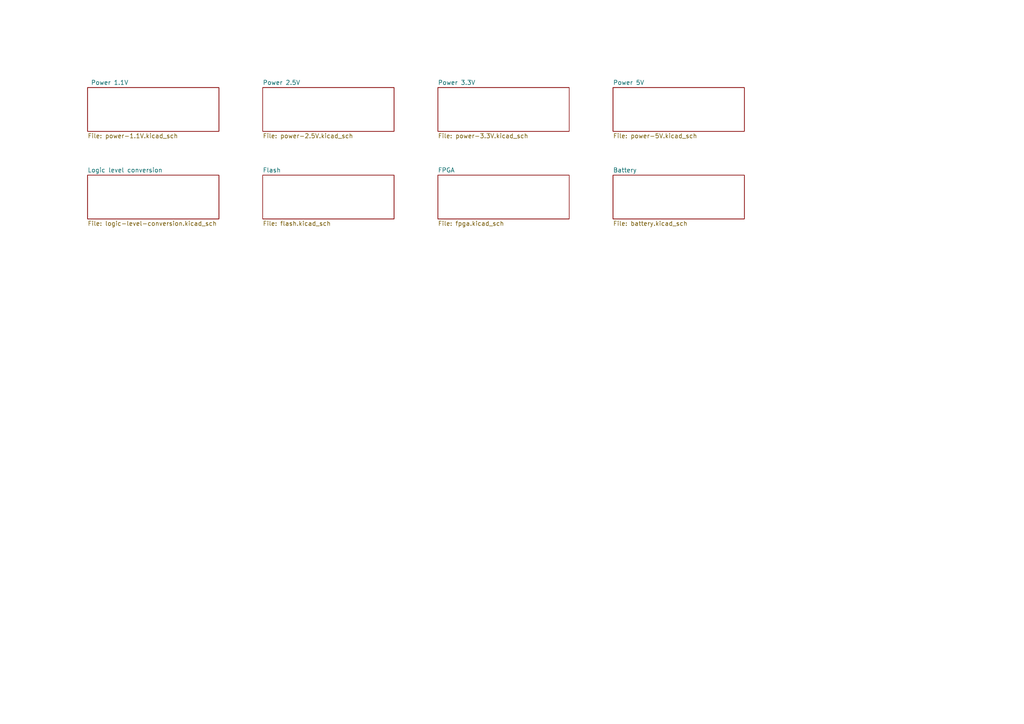
<source format=kicad_sch>
(kicad_sch (version 20211123) (generator eeschema)
  (paper "A4")
  (lib_symbols)
  (sheet (at 177.8 25.4) (size 38.1 12.7) (stroke (width 0.1524))
    (property "Sheet name" "Power 5V" (at 177.8 24.6884 0) (effects (justify left bottom)))
    (property "Sheet file" "power-5V.kicad_sch" (at 177.8 38.6846 0) (effects (justify left top)))
  )
  (sheet (at 25.4 25.4) (size 38.1 12.7) (stroke (width 0.1524))
    (property "Sheet name" " Power 1.1V" (at 25.4 24.6884 0) (effects (justify left bottom)))
    (property "Sheet file" "power-1.1V.kicad_sch" (at 25.4 38.6846 0) (effects (justify left top)))
  )
  (sheet (at 76.2 50.8) (size 38.1 12.7) (stroke (width 0.1524))
    (property "Sheet name" "Flash" (at 76.2 50.0884 0) (effects (justify left bottom)))
    (property "Sheet file" "flash.kicad_sch" (at 76.2 64.0846 0) (effects (justify left top)))
  )
  (sheet (at 25.4 50.8) (size 38.1 12.7) (stroke (width 0.1524))
    (property "Sheet name" "Logic level conversion" (at 25.4 50.0884 0) (effects (justify left bottom)))
    (property "Sheet file" "logic-level-conversion.kicad_sch" (at 25.4 64.0846 0) (effects (justify left top)))
  )
  (sheet (at 127 25.4) (size 38.1 12.7) (stroke (width 0.1524))
    (property "Sheet name" "Power 3.3V" (at 127 24.6884 0) (effects (justify left bottom)))
    (property "Sheet file" "power-3.3V.kicad_sch" (at 127 38.6846 0) (effects (justify left top)))
  )
  (sheet (at 177.8 50.8) (size 38.1 12.7) (stroke (width 0.1524))
    (property "Sheet name" "Battery" (at 177.8 50.0884 0) (effects (justify left bottom)))
    (property "Sheet file" "battery.kicad_sch" (at 177.8 64.0846 0) (effects (justify left top)))
  )
  (sheet (at 127 50.8) (size 38.1 12.7) (stroke (width 0.1524))
    (property "Sheet name" "FPGA" (at 127 50.0884 0) (effects (justify left bottom)))
    (property "Sheet file" "fpga.kicad_sch" (at 127 64.0846 0) (effects (justify left top)))
  )
  (sheet (at 76.2 25.4) (size 38.1 12.7) (stroke (width 0.1524))
    (property "Sheet name" "Power 2.5V" (at 76.2 24.6884 0) (effects (justify left bottom)))
    (property "Sheet file" "power-2.5V.kicad_sch" (at 76.2 38.6846 0) (effects (justify left top)))
  )
)
</source>
